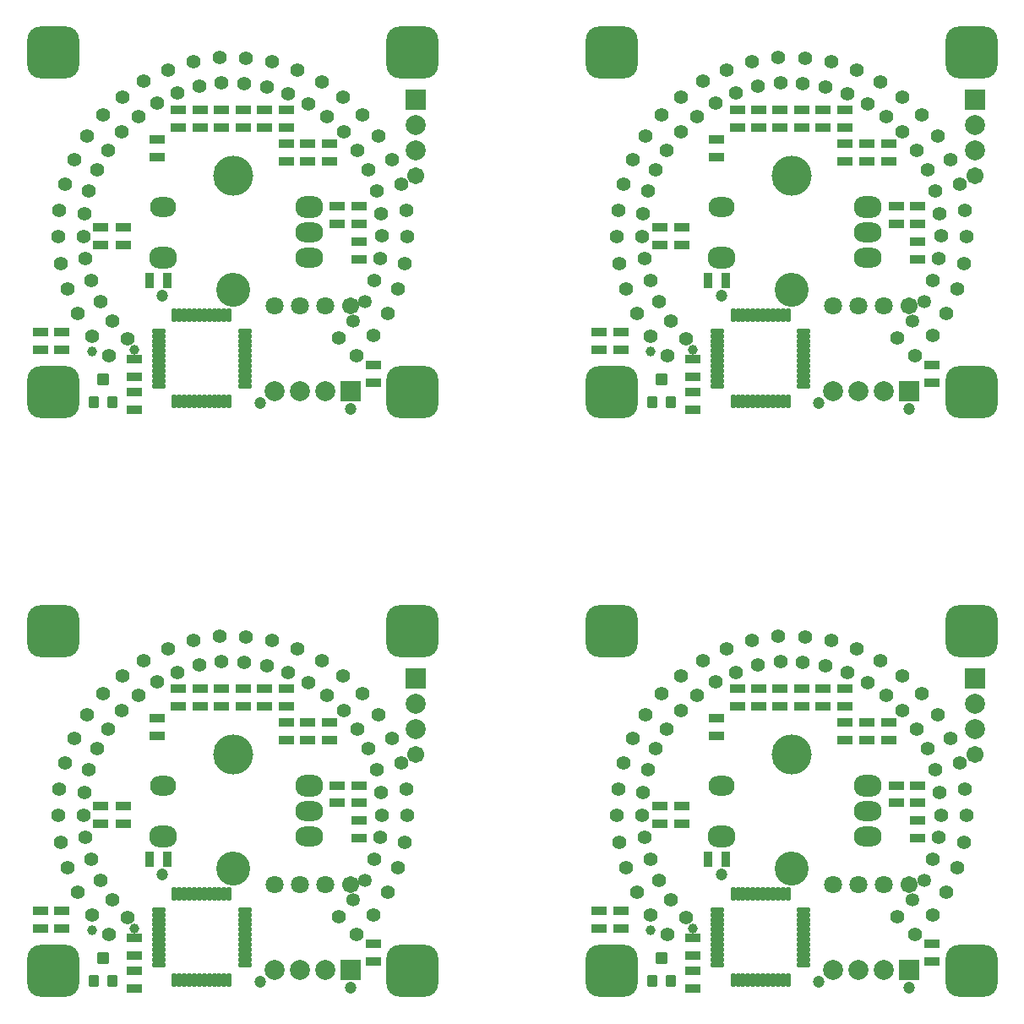
<source format=gts>
G04*
G04 #@! TF.GenerationSoftware,Altium Limited,Altium Designer,21.8.1 (53)*
G04*
G04 Layer_Color=8388736*
%FSLAX44Y44*%
%MOMM*%
G71*
G04*
G04 #@! TF.SameCoordinates,A6134195-47DE-4A90-8313-BABE1660A9E3*
G04*
G04*
G04 #@! TF.FilePolarity,Negative*
G04*
G01*
G75*
%ADD44R,1.5032X0.9032*%
G04:AMPARAMS|DCode=45|XSize=1.2032mm|YSize=1.2032mm|CornerRadius=0.2016mm|HoleSize=0mm|Usage=FLASHONLY|Rotation=0.000|XOffset=0mm|YOffset=0mm|HoleType=Round|Shape=RoundedRectangle|*
%AMROUNDEDRECTD45*
21,1,1.2032,0.8000,0,0,0.0*
21,1,0.8000,1.2032,0,0,0.0*
1,1,0.4032,0.4000,-0.4000*
1,1,0.4032,-0.4000,-0.4000*
1,1,0.4032,-0.4000,0.4000*
1,1,0.4032,0.4000,0.4000*
%
%ADD45ROUNDEDRECTD45*%
G04:AMPARAMS|DCode=46|XSize=1.0032mm|YSize=1.2032mm|CornerRadius=0.1816mm|HoleSize=0mm|Usage=FLASHONLY|Rotation=0.000|XOffset=0mm|YOffset=0mm|HoleType=Round|Shape=RoundedRectangle|*
%AMROUNDEDRECTD46*
21,1,1.0032,0.8400,0,0,0.0*
21,1,0.6400,1.2032,0,0,0.0*
1,1,0.3632,0.3200,-0.4200*
1,1,0.3632,-0.3200,-0.4200*
1,1,0.3632,-0.3200,0.4200*
1,1,0.3632,0.3200,0.4200*
%
%ADD46ROUNDEDRECTD46*%
%ADD47R,0.9032X1.5032*%
G04:AMPARAMS|DCode=48|XSize=1.4032mm|YSize=0.5032mm|CornerRadius=0.1766mm|HoleSize=0mm|Usage=FLASHONLY|Rotation=270.000|XOffset=0mm|YOffset=0mm|HoleType=Round|Shape=RoundedRectangle|*
%AMROUNDEDRECTD48*
21,1,1.4032,0.1500,0,0,270.0*
21,1,1.0500,0.5032,0,0,270.0*
1,1,0.3532,-0.0750,-0.5250*
1,1,0.3532,-0.0750,0.5250*
1,1,0.3532,0.0750,0.5250*
1,1,0.3532,0.0750,-0.5250*
%
%ADD48ROUNDEDRECTD48*%
G04:AMPARAMS|DCode=49|XSize=1.4032mm|YSize=0.5032mm|CornerRadius=0.1766mm|HoleSize=0mm|Usage=FLASHONLY|Rotation=180.000|XOffset=0mm|YOffset=0mm|HoleType=Round|Shape=RoundedRectangle|*
%AMROUNDEDRECTD49*
21,1,1.4032,0.1500,0,0,180.0*
21,1,1.0500,0.5032,0,0,180.0*
1,1,0.3532,-0.5250,0.0750*
1,1,0.3532,0.5250,0.0750*
1,1,0.3532,0.5250,-0.0750*
1,1,0.3532,-0.5250,-0.0750*
%
%ADD49ROUNDEDRECTD49*%
%ADD50C,1.4032*%
%ADD51C,1.3532*%
%ADD52C,4.0032*%
%ADD53C,3.4032*%
%ADD54O,2.8032X2.0032*%
%ADD55O,2.8032X2.2032*%
%ADD56O,2.6032X2.0032*%
G04:AMPARAMS|DCode=57|XSize=5.2032mm|YSize=5.2032mm|CornerRadius=1.3516mm|HoleSize=0mm|Usage=FLASHONLY|Rotation=0.000|XOffset=0mm|YOffset=0mm|HoleType=Round|Shape=RoundedRectangle|*
%AMROUNDEDRECTD57*
21,1,5.2032,2.5000,0,0,0.0*
21,1,2.5000,5.2032,0,0,0.0*
1,1,2.7032,1.2500,-1.2500*
1,1,2.7032,-1.2500,-1.2500*
1,1,2.7032,-1.2500,1.2500*
1,1,2.7032,1.2500,1.2500*
%
%ADD57ROUNDEDRECTD57*%
%ADD58C,2.0032*%
%ADD59R,2.0032X2.0032*%
%ADD60C,1.8032*%
%ADD61C,1.7032*%
%ADD62R,2.0032X2.0032*%
%ADD63C,1.2032*%
%ADD64C,1.0032*%
D44*
X346478Y208366D02*
D03*
X346478Y225866D02*
D03*
X324902Y208368D02*
D03*
X324902Y225868D02*
D03*
X346480Y173316D02*
D03*
X346480Y190816D02*
D03*
X360716Y49364D02*
D03*
Y66864D02*
D03*
X230160Y305142D02*
D03*
X230160Y322642D02*
D03*
X251496Y304902D02*
D03*
Y322402D02*
D03*
X273340Y305096D02*
D03*
Y322596D02*
D03*
X273340Y271096D02*
D03*
X273340Y288596D02*
D03*
X295184Y271146D02*
D03*
X295184Y288646D02*
D03*
X317282Y271096D02*
D03*
X317282Y288596D02*
D03*
X121194Y22186D02*
D03*
Y39686D02*
D03*
X48804Y100138D02*
D03*
Y82638D02*
D03*
X26960Y100138D02*
D03*
X26960Y82638D02*
D03*
X121194Y72706D02*
D03*
Y55206D02*
D03*
X208570Y322896D02*
D03*
Y305396D02*
D03*
X187234Y322896D02*
D03*
Y305396D02*
D03*
X165644Y322596D02*
D03*
X165644Y305096D02*
D03*
X144308Y292924D02*
D03*
X144308Y275424D02*
D03*
X110272Y205040D02*
D03*
X110272Y187540D02*
D03*
X87543Y205220D02*
D03*
X87543Y187720D02*
D03*
X906478Y208366D02*
D03*
X906478Y225866D02*
D03*
X884902Y208368D02*
D03*
X884902Y225868D02*
D03*
X906480Y173316D02*
D03*
X906480Y190816D02*
D03*
X920716Y49364D02*
D03*
Y66864D02*
D03*
X790160Y305142D02*
D03*
X790160Y322642D02*
D03*
X811496Y304902D02*
D03*
Y322402D02*
D03*
X833340Y305096D02*
D03*
Y322596D02*
D03*
X833340Y271096D02*
D03*
X833340Y288596D02*
D03*
X855184Y271146D02*
D03*
X855184Y288646D02*
D03*
X877282Y271096D02*
D03*
X877282Y288596D02*
D03*
X681194Y22186D02*
D03*
Y39686D02*
D03*
X608804Y100138D02*
D03*
Y82638D02*
D03*
X586960Y100138D02*
D03*
X586960Y82638D02*
D03*
X681194Y72706D02*
D03*
Y55206D02*
D03*
X768570Y322896D02*
D03*
Y305396D02*
D03*
X747234Y322896D02*
D03*
Y305396D02*
D03*
X725644Y322596D02*
D03*
X725644Y305096D02*
D03*
X704308Y292924D02*
D03*
X704308Y275424D02*
D03*
X670272Y205040D02*
D03*
X670272Y187540D02*
D03*
X647543Y205220D02*
D03*
X647543Y187720D02*
D03*
X346478Y788366D02*
D03*
X346478Y805866D02*
D03*
X324902Y788368D02*
D03*
X324902Y805868D02*
D03*
X346480Y753316D02*
D03*
X346480Y770816D02*
D03*
X360716Y629364D02*
D03*
Y646864D02*
D03*
X230160Y885142D02*
D03*
X230160Y902642D02*
D03*
X251496Y884902D02*
D03*
Y902402D02*
D03*
X273340Y885096D02*
D03*
Y902596D02*
D03*
X273340Y851096D02*
D03*
X273340Y868596D02*
D03*
X295184Y851146D02*
D03*
X295184Y868646D02*
D03*
X317282Y851096D02*
D03*
X317282Y868596D02*
D03*
X121194Y602186D02*
D03*
Y619686D02*
D03*
X48804Y680138D02*
D03*
Y662638D02*
D03*
X26960Y680138D02*
D03*
X26960Y662638D02*
D03*
X121194Y652706D02*
D03*
Y635206D02*
D03*
X208570Y902896D02*
D03*
Y885396D02*
D03*
X187234Y902896D02*
D03*
Y885396D02*
D03*
X165644Y902596D02*
D03*
X165644Y885096D02*
D03*
X144308Y872924D02*
D03*
X144308Y855424D02*
D03*
X110272Y785040D02*
D03*
X110272Y767540D02*
D03*
X87543Y785220D02*
D03*
X87543Y767720D02*
D03*
X906478Y788366D02*
D03*
X906478Y805866D02*
D03*
X884902Y788368D02*
D03*
X884902Y805868D02*
D03*
X906480Y753316D02*
D03*
X906480Y770816D02*
D03*
X920716Y629364D02*
D03*
Y646864D02*
D03*
X790160Y885142D02*
D03*
X790160Y902642D02*
D03*
X811496Y884902D02*
D03*
Y902402D02*
D03*
X833340Y885096D02*
D03*
Y902596D02*
D03*
X833340Y851096D02*
D03*
X833340Y868596D02*
D03*
X855184Y851146D02*
D03*
X855184Y868646D02*
D03*
X877282Y851096D02*
D03*
X877282Y868596D02*
D03*
X681194Y602186D02*
D03*
Y619686D02*
D03*
X608804Y680138D02*
D03*
Y662638D02*
D03*
X586960Y680138D02*
D03*
X586960Y662638D02*
D03*
X681194Y652706D02*
D03*
Y635206D02*
D03*
X768570Y902896D02*
D03*
Y885396D02*
D03*
X747234Y902896D02*
D03*
Y885396D02*
D03*
X725644Y902596D02*
D03*
X725644Y885096D02*
D03*
X704308Y872924D02*
D03*
X704308Y855424D02*
D03*
X670272Y785040D02*
D03*
X670272Y767540D02*
D03*
X647543Y785220D02*
D03*
X647543Y767720D02*
D03*
D45*
X89952Y52680D02*
D03*
X649952D02*
D03*
X89952Y632680D02*
D03*
X649952D02*
D03*
D46*
X80554Y29566D02*
D03*
X99350D02*
D03*
X640554D02*
D03*
X659350D02*
D03*
X80554Y609566D02*
D03*
X99350D02*
D03*
X640554D02*
D03*
X659350D02*
D03*
D47*
X153934Y151994D02*
D03*
X136434D02*
D03*
X713934D02*
D03*
X696434D02*
D03*
X153934Y731994D02*
D03*
X136434D02*
D03*
X713934D02*
D03*
X696434D02*
D03*
D48*
X206326Y116688D02*
D03*
X211326D02*
D03*
X216326D02*
D03*
X191326D02*
D03*
X196326D02*
D03*
X201326D02*
D03*
X176326D02*
D03*
X181326D02*
D03*
X186326D02*
D03*
X171326D02*
D03*
X166326D02*
D03*
X161326D02*
D03*
Y30328D02*
D03*
X166326Y30328D02*
D03*
X171326D02*
D03*
X186326D02*
D03*
X181326D02*
D03*
X176326Y30328D02*
D03*
X201326Y30328D02*
D03*
X196326Y30328D02*
D03*
X191326Y30328D02*
D03*
X216326Y30328D02*
D03*
X211326Y30328D02*
D03*
X206326Y30328D02*
D03*
X766326Y116688D02*
D03*
X771326D02*
D03*
X776326D02*
D03*
X751326D02*
D03*
X756326D02*
D03*
X761326D02*
D03*
X736326D02*
D03*
X741326D02*
D03*
X746326D02*
D03*
X731326D02*
D03*
X726326D02*
D03*
X721326D02*
D03*
Y30328D02*
D03*
X726326Y30328D02*
D03*
X731326D02*
D03*
X746326D02*
D03*
X741326D02*
D03*
X736326Y30328D02*
D03*
X761326Y30328D02*
D03*
X756326Y30328D02*
D03*
X751326Y30328D02*
D03*
X776326Y30328D02*
D03*
X771326Y30328D02*
D03*
X766326Y30328D02*
D03*
X206326Y696688D02*
D03*
X211326D02*
D03*
X216326D02*
D03*
X191326D02*
D03*
X196326D02*
D03*
X201326D02*
D03*
X176326D02*
D03*
X181326D02*
D03*
X186326D02*
D03*
X171326D02*
D03*
X166326D02*
D03*
X161326D02*
D03*
Y610328D02*
D03*
X166326Y610328D02*
D03*
X171326D02*
D03*
X186326D02*
D03*
X181326D02*
D03*
X176326Y610328D02*
D03*
X201326Y610328D02*
D03*
X196326Y610328D02*
D03*
X191326Y610328D02*
D03*
X216326Y610328D02*
D03*
X211326Y610328D02*
D03*
X206326Y610328D02*
D03*
X766326Y696688D02*
D03*
X771326D02*
D03*
X776326D02*
D03*
X751326D02*
D03*
X756326D02*
D03*
X761326D02*
D03*
X736326D02*
D03*
X741326D02*
D03*
X746326D02*
D03*
X731326D02*
D03*
X726326D02*
D03*
X721326D02*
D03*
Y610328D02*
D03*
X726326Y610328D02*
D03*
X731326D02*
D03*
X746326D02*
D03*
X741326D02*
D03*
X736326Y610328D02*
D03*
X761326Y610328D02*
D03*
X756326Y610328D02*
D03*
X751326Y610328D02*
D03*
X776326Y610328D02*
D03*
X771326Y610328D02*
D03*
X766326Y610328D02*
D03*
D49*
X232192Y101194D02*
D03*
X232192Y96194D02*
D03*
X232192Y91194D02*
D03*
Y76194D02*
D03*
Y81194D02*
D03*
Y86194D02*
D03*
X232192Y61194D02*
D03*
X232192Y66194D02*
D03*
Y71194D02*
D03*
Y46194D02*
D03*
Y51194D02*
D03*
Y56194D02*
D03*
X145832Y56194D02*
D03*
Y51194D02*
D03*
Y46194D02*
D03*
Y71194D02*
D03*
Y66194D02*
D03*
Y61194D02*
D03*
Y86194D02*
D03*
Y81194D02*
D03*
Y76194D02*
D03*
Y91194D02*
D03*
Y96194D02*
D03*
Y101194D02*
D03*
X792192D02*
D03*
X792192Y96194D02*
D03*
X792192Y91194D02*
D03*
Y76194D02*
D03*
Y81194D02*
D03*
Y86194D02*
D03*
X792192Y61194D02*
D03*
X792192Y66194D02*
D03*
Y71194D02*
D03*
Y46194D02*
D03*
Y51194D02*
D03*
Y56194D02*
D03*
X705832Y56194D02*
D03*
Y51194D02*
D03*
Y46194D02*
D03*
Y71194D02*
D03*
Y66194D02*
D03*
Y61194D02*
D03*
Y86194D02*
D03*
Y81194D02*
D03*
Y76194D02*
D03*
Y91194D02*
D03*
Y96194D02*
D03*
Y101194D02*
D03*
X232192Y681194D02*
D03*
X232192Y676194D02*
D03*
X232192Y671194D02*
D03*
Y656194D02*
D03*
Y661194D02*
D03*
Y666194D02*
D03*
X232192Y641194D02*
D03*
X232192Y646194D02*
D03*
Y651194D02*
D03*
Y626194D02*
D03*
Y631194D02*
D03*
Y636194D02*
D03*
X145832Y636194D02*
D03*
Y631194D02*
D03*
Y626194D02*
D03*
Y651194D02*
D03*
Y646194D02*
D03*
Y641194D02*
D03*
Y666194D02*
D03*
Y661194D02*
D03*
Y656194D02*
D03*
Y671194D02*
D03*
Y676194D02*
D03*
Y681194D02*
D03*
X792192D02*
D03*
X792192Y676194D02*
D03*
X792192Y671194D02*
D03*
Y656194D02*
D03*
Y661194D02*
D03*
Y666194D02*
D03*
X792192Y641194D02*
D03*
X792192Y646194D02*
D03*
Y651194D02*
D03*
Y626194D02*
D03*
Y631194D02*
D03*
Y636194D02*
D03*
X705832Y636194D02*
D03*
Y631194D02*
D03*
Y626194D02*
D03*
Y651194D02*
D03*
Y646194D02*
D03*
Y641194D02*
D03*
Y666194D02*
D03*
Y661194D02*
D03*
Y656194D02*
D03*
Y671194D02*
D03*
Y676194D02*
D03*
Y681194D02*
D03*
D50*
X364019Y241215D02*
D03*
X388438Y248204D02*
D03*
X368599Y218931D02*
D03*
X393795Y222140D02*
D03*
X369752Y196209D02*
D03*
X395144Y195567D02*
D03*
X367451Y173576D02*
D03*
X392453Y169095D02*
D03*
X361749Y151551D02*
D03*
X385784Y143336D02*
D03*
X375291Y118885D02*
D03*
X361217Y96304D02*
D03*
X325925Y94075D02*
D03*
X343885Y76115D02*
D03*
X231362Y349368D02*
D03*
X233289Y374695D02*
D03*
X253851Y345925D02*
D03*
X259590Y370668D02*
D03*
X275558Y339116D02*
D03*
X284979Y362705D02*
D03*
X295984Y329099D02*
D03*
X308868Y350988D02*
D03*
X314658Y316103D02*
D03*
X330708Y335790D02*
D03*
X331296Y300564D02*
D03*
X350143Y317593D02*
D03*
X345075Y282440D02*
D03*
X366282Y296419D02*
D03*
X356116Y262549D02*
D03*
X379196Y273155D02*
D03*
X44857Y195536D02*
D03*
X70249Y196183D02*
D03*
X54226Y143308D02*
D03*
X78260Y151527D02*
D03*
X64723Y118858D02*
D03*
X87235Y130622D02*
D03*
X78801Y96279D02*
D03*
X99272Y111316D02*
D03*
X95792Y76450D02*
D03*
X114398Y93741D02*
D03*
X47553Y169065D02*
D03*
X72554Y173550D02*
D03*
X51553Y248174D02*
D03*
X75974Y241190D02*
D03*
X46201Y222110D02*
D03*
X71398Y218905D02*
D03*
X206666Y374892D02*
D03*
X208597Y349566D02*
D03*
X180335Y370856D02*
D03*
X186079Y346114D02*
D03*
X154919Y362879D02*
D03*
X164343Y339292D02*
D03*
X131004Y351145D02*
D03*
X143892Y329258D02*
D03*
X109269Y335770D02*
D03*
X125322Y316087D02*
D03*
X89985Y317436D02*
D03*
X108835Y300410D02*
D03*
X73701Y296393D02*
D03*
X94911Y282418D02*
D03*
X60791Y273127D02*
D03*
X83873Y262525D02*
D03*
X924019Y241215D02*
D03*
X948438Y248204D02*
D03*
X928599Y218931D02*
D03*
X953795Y222140D02*
D03*
X929752Y196209D02*
D03*
X955144Y195567D02*
D03*
X927451Y173576D02*
D03*
X952453Y169095D02*
D03*
X921749Y151551D02*
D03*
X945784Y143336D02*
D03*
X935291Y118885D02*
D03*
X921217Y96304D02*
D03*
X885925Y94075D02*
D03*
X903885Y76115D02*
D03*
X791362Y349368D02*
D03*
X793289Y374695D02*
D03*
X813851Y345925D02*
D03*
X819590Y370668D02*
D03*
X835558Y339116D02*
D03*
X844979Y362705D02*
D03*
X855984Y329099D02*
D03*
X868868Y350988D02*
D03*
X874658Y316103D02*
D03*
X890708Y335790D02*
D03*
X891296Y300564D02*
D03*
X910143Y317593D02*
D03*
X905075Y282440D02*
D03*
X926282Y296419D02*
D03*
X916116Y262549D02*
D03*
X939196Y273155D02*
D03*
X604857Y195536D02*
D03*
X630249Y196183D02*
D03*
X614226Y143308D02*
D03*
X638260Y151527D02*
D03*
X624723Y118858D02*
D03*
X647235Y130622D02*
D03*
X638802Y96279D02*
D03*
X659272Y111316D02*
D03*
X655792Y76450D02*
D03*
X674398Y93741D02*
D03*
X607553Y169065D02*
D03*
X632554Y173550D02*
D03*
X611553Y248174D02*
D03*
X635974Y241190D02*
D03*
X606201Y222110D02*
D03*
X631398Y218905D02*
D03*
X766666Y374892D02*
D03*
X768597Y349566D02*
D03*
X740335Y370856D02*
D03*
X746079Y346114D02*
D03*
X714919Y362879D02*
D03*
X724344Y339292D02*
D03*
X691004Y351145D02*
D03*
X703892Y329258D02*
D03*
X669269Y335770D02*
D03*
X685322Y316087D02*
D03*
X649986Y317436D02*
D03*
X668835Y300410D02*
D03*
X633701Y296393D02*
D03*
X654911Y282418D02*
D03*
X620791Y273127D02*
D03*
X643873Y262525D02*
D03*
X364019Y821215D02*
D03*
X388438Y828204D02*
D03*
X368599Y798931D02*
D03*
X393795Y802140D02*
D03*
X369752Y776209D02*
D03*
X395144Y775567D02*
D03*
X367451Y753576D02*
D03*
X392453Y749095D02*
D03*
X361749Y731551D02*
D03*
X385784Y723336D02*
D03*
X375291Y698885D02*
D03*
X361217Y676304D02*
D03*
X325925Y674075D02*
D03*
X343885Y656115D02*
D03*
X231362Y929368D02*
D03*
X233289Y954695D02*
D03*
X253851Y925925D02*
D03*
X259590Y950668D02*
D03*
X275558Y919116D02*
D03*
X284979Y942705D02*
D03*
X295984Y909099D02*
D03*
X308868Y930988D02*
D03*
X314658Y896103D02*
D03*
X330708Y915790D02*
D03*
X331296Y880564D02*
D03*
X350143Y897593D02*
D03*
X345075Y862440D02*
D03*
X366282Y876419D02*
D03*
X356116Y842549D02*
D03*
X379196Y853155D02*
D03*
X44857Y775536D02*
D03*
X70249Y776183D02*
D03*
X54226Y723308D02*
D03*
X78260Y731527D02*
D03*
X64723Y698858D02*
D03*
X87235Y710621D02*
D03*
X78801Y676279D02*
D03*
X99272Y691317D02*
D03*
X95792Y656450D02*
D03*
X114398Y673740D02*
D03*
X47553Y749065D02*
D03*
X72554Y753550D02*
D03*
X51553Y828174D02*
D03*
X75974Y821190D02*
D03*
X46201Y802110D02*
D03*
X71398Y798905D02*
D03*
X206666Y954892D02*
D03*
X208597Y929566D02*
D03*
X180335Y950856D02*
D03*
X186079Y926114D02*
D03*
X154919Y942879D02*
D03*
X164343Y919292D02*
D03*
X131004Y931145D02*
D03*
X143892Y909258D02*
D03*
X109269Y915770D02*
D03*
X125322Y896087D02*
D03*
X89985Y897436D02*
D03*
X108835Y880411D02*
D03*
X73701Y876393D02*
D03*
X94911Y862418D02*
D03*
X60791Y853127D02*
D03*
X83873Y842525D02*
D03*
X924019Y821215D02*
D03*
X948438Y828204D02*
D03*
X928599Y798931D02*
D03*
X953795Y802140D02*
D03*
X929752Y776209D02*
D03*
X955144Y775567D02*
D03*
X927451Y753576D02*
D03*
X952453Y749095D02*
D03*
X921749Y731551D02*
D03*
X945784Y723336D02*
D03*
X935291Y698885D02*
D03*
X921217Y676304D02*
D03*
X885925Y674075D02*
D03*
X903885Y656115D02*
D03*
X791362Y929368D02*
D03*
X793289Y954695D02*
D03*
X813851Y925925D02*
D03*
X819590Y950668D02*
D03*
X835558Y919116D02*
D03*
X844979Y942705D02*
D03*
X855984Y909099D02*
D03*
X868868Y930988D02*
D03*
X874658Y896103D02*
D03*
X890708Y915790D02*
D03*
X891296Y880564D02*
D03*
X910143Y897593D02*
D03*
X905075Y862440D02*
D03*
X926282Y876419D02*
D03*
X916116Y842549D02*
D03*
X939196Y853155D02*
D03*
X604857Y775536D02*
D03*
X630249Y776183D02*
D03*
X614226Y723308D02*
D03*
X638260Y731527D02*
D03*
X624723Y698858D02*
D03*
X647235Y710621D02*
D03*
X638802Y676279D02*
D03*
X659272Y691317D02*
D03*
X655792Y656450D02*
D03*
X674398Y673740D02*
D03*
X607553Y749065D02*
D03*
X632554Y753550D02*
D03*
X611553Y828174D02*
D03*
X635974Y821190D02*
D03*
X606201Y802110D02*
D03*
X631398Y798905D02*
D03*
X766666Y954892D02*
D03*
X768597Y929566D02*
D03*
X740335Y950856D02*
D03*
X746079Y926114D02*
D03*
X714919Y942879D02*
D03*
X724344Y919292D02*
D03*
X691004Y931145D02*
D03*
X703892Y909258D02*
D03*
X669269Y915770D02*
D03*
X685322Y896087D02*
D03*
X649986Y897436D02*
D03*
X668835Y880411D02*
D03*
X633701Y876393D02*
D03*
X654911Y862418D02*
D03*
X620791Y853127D02*
D03*
X643873Y842525D02*
D03*
D51*
X352777Y130645D02*
D03*
X340743Y111338D02*
D03*
X912778Y130645D02*
D03*
X900744Y111338D02*
D03*
X352777Y710645D02*
D03*
X340743Y691338D02*
D03*
X912778Y710645D02*
D03*
X900744Y691338D02*
D03*
D52*
X220000Y257150D02*
D03*
X780000D02*
D03*
X220000Y837150D02*
D03*
X780000D02*
D03*
D53*
X220000Y142850D02*
D03*
X780000D02*
D03*
X220000Y722850D02*
D03*
X780000D02*
D03*
D54*
X296200Y174600D02*
D03*
X296200Y200000D02*
D03*
X856200Y174600D02*
D03*
X856200Y200000D02*
D03*
X296200Y754600D02*
D03*
X296200Y780000D02*
D03*
X856200Y754600D02*
D03*
X856200Y780000D02*
D03*
D55*
X296200Y225400D02*
D03*
X150150Y174600D02*
D03*
X856200Y225400D02*
D03*
X710150Y174600D02*
D03*
X296200Y805400D02*
D03*
X150150Y754600D02*
D03*
X856200Y805400D02*
D03*
X710150Y754600D02*
D03*
D56*
X150150Y225400D02*
D03*
X710150D02*
D03*
X150150Y805400D02*
D03*
X710150D02*
D03*
D57*
X40000Y380000D02*
D03*
X400000D02*
D03*
Y40000D02*
D03*
X40000D02*
D03*
X600000Y380000D02*
D03*
X960000D02*
D03*
Y40000D02*
D03*
X600000D02*
D03*
X40000Y960000D02*
D03*
X400000D02*
D03*
Y620000D02*
D03*
X40000D02*
D03*
X600000Y960000D02*
D03*
X960000D02*
D03*
Y620000D02*
D03*
X600000D02*
D03*
D58*
X261910Y41250D02*
D03*
X287310D02*
D03*
X312710Y41250D02*
D03*
X403496Y307188D02*
D03*
X403496Y281788D02*
D03*
X821910Y41250D02*
D03*
X847310D02*
D03*
X872710Y41250D02*
D03*
X963496Y307188D02*
D03*
X963496Y281788D02*
D03*
X261910Y621250D02*
D03*
X287310D02*
D03*
X312710Y621250D02*
D03*
X403496Y887188D02*
D03*
X403496Y861788D02*
D03*
X821910Y621250D02*
D03*
X847310D02*
D03*
X872710Y621250D02*
D03*
X963496Y887188D02*
D03*
X963496Y861788D02*
D03*
D59*
X338110Y41250D02*
D03*
X898110D02*
D03*
X338110Y621250D02*
D03*
X898110D02*
D03*
D60*
X261910Y126340D02*
D03*
X287310Y126340D02*
D03*
X312710Y126340D02*
D03*
X821910Y126340D02*
D03*
X847310Y126340D02*
D03*
X872710Y126340D02*
D03*
X261910Y706340D02*
D03*
X287310Y706340D02*
D03*
X312710Y706340D02*
D03*
X821910Y706340D02*
D03*
X847310Y706340D02*
D03*
X872710Y706340D02*
D03*
D61*
X338110Y126340D02*
D03*
X403496Y256388D02*
D03*
X898110Y126340D02*
D03*
X963496Y256388D02*
D03*
X338110Y706340D02*
D03*
X403496Y836388D02*
D03*
X898110Y706340D02*
D03*
X963496Y836388D02*
D03*
D62*
X403496Y332588D02*
D03*
X963496D02*
D03*
X403496Y912588D02*
D03*
X963496D02*
D03*
D63*
X149642Y136246D02*
D03*
X247432Y29312D02*
D03*
X338110Y23470D02*
D03*
X709642Y136246D02*
D03*
X807432Y29312D02*
D03*
X898110Y23470D02*
D03*
X149642Y716246D02*
D03*
X247432Y609312D02*
D03*
X338110Y603470D02*
D03*
X709642Y716246D02*
D03*
X807432Y609312D02*
D03*
X898110Y603470D02*
D03*
D64*
X99350Y29420D02*
D03*
X120940Y82398D02*
D03*
X78776Y80874D02*
D03*
X659350Y29420D02*
D03*
X680940Y82398D02*
D03*
X638776Y80874D02*
D03*
X99350Y609420D02*
D03*
X120940Y662398D02*
D03*
X78776Y660874D02*
D03*
X659350Y609420D02*
D03*
X680940Y662398D02*
D03*
X638776Y660874D02*
D03*
M02*

</source>
